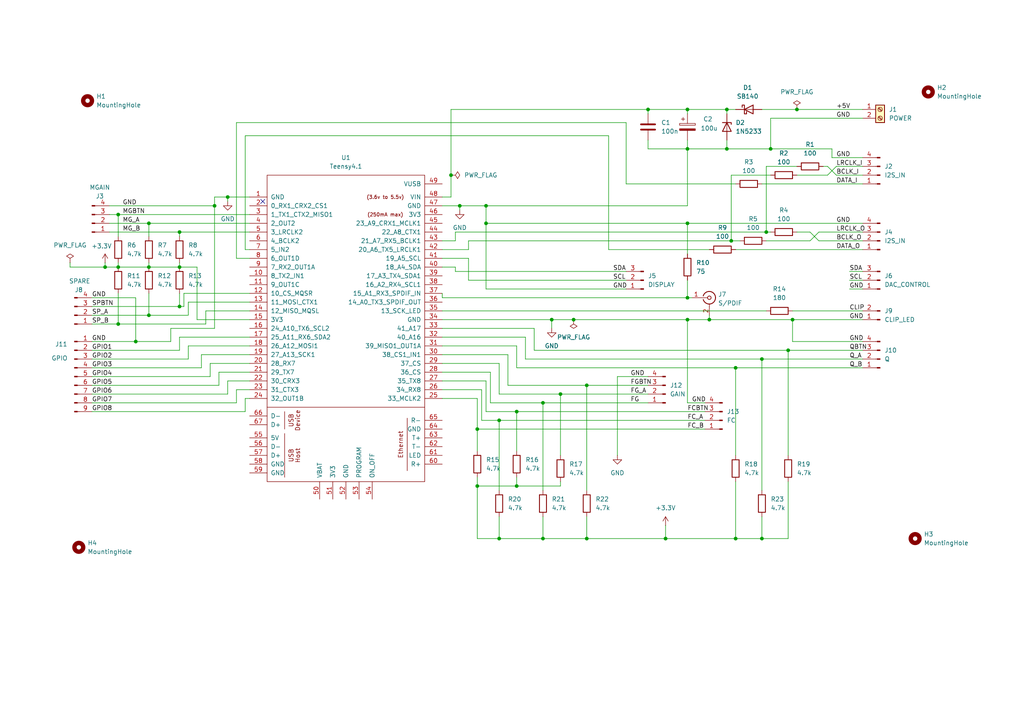
<source format=kicad_sch>
(kicad_sch (version 20250114) (generator "eeschema") (generator_version "9.0")
  (paper "A4")
  (lib_symbols
    (symbol "Connector:Conn_01x02_Pin" (pin_names (offset 1.016) (hide yes))
      (property "Reference" "J" (at 0 2.54 0))
      (property "Value" "Conn_01x02_Pin" (at 0 -5.08 0))
      (symbol "Conn_01x02_Pin_1_1"
        (rectangle (start 0.8636 0.127) (end 0 -0.127) (stroke (width 0.1524)) (fill (type outline)))
        (rectangle (start 0.8636 -2.413) (end 0 -2.667) (stroke (width 0.1524)) (fill (type outline)))
        (polyline (pts (xy 1.27 0) (xy 0.8636 0)) (stroke (width 0.1524)))
        (polyline (pts (xy 1.27 -2.54) (xy 0.8636 -2.54)) (stroke (width 0.1524)))
        (pin passive line (at 5.08 0 180) (length 3.81) (name "Pin_1") (number "1"))
        (pin passive line (at 5.08 -2.54 180) (length 3.81) (name "Pin_2") (number "2"))
      )
    )
    (symbol "Connector:Conn_01x03_Pin" (pin_names (offset 1.016) (hide yes))
      (property "Reference" "J" (at 0 5.08 0))
      (property "Value" "Conn_01x03_Pin" (at 0 -5.08 0))
      (symbol "Conn_01x03_Pin_1_1"
        (rectangle (start 0.8636 2.667) (end 0 2.413) (stroke (width 0.1524)) (fill (type outline)))
        (rectangle (start 0.8636 0.127) (end 0 -0.127) (stroke (width 0.1524)) (fill (type outline)))
        (rectangle (start 0.8636 -2.413) (end 0 -2.667) (stroke (width 0.1524)) (fill (type outline)))
        (polyline (pts (xy 1.27 2.54) (xy 0.8636 2.54)) (stroke (width 0.1524)))
        (polyline (pts (xy 1.27 0) (xy 0.8636 0)) (stroke (width 0.1524)))
        (polyline (pts (xy 1.27 -2.54) (xy 0.8636 -2.54)) (stroke (width 0.1524)))
        (pin passive line (at 5.08 2.54 180) (length 3.81) (name "Pin_1") (number "1"))
        (pin passive line (at 5.08 0 180) (length 3.81) (name "Pin_2") (number "2"))
        (pin passive line (at 5.08 -2.54 180) (length 3.81) (name "Pin_3") (number "3"))
      )
    )
    (symbol "Connector:Conn_01x04_Pin" (pin_names (offset 1.016) (hide yes))
      (property "Reference" "J" (at 0 5.08 0))
      (property "Value" "Conn_01x04_Pin" (at 0 -7.62 0))
      (symbol "Conn_01x04_Pin_1_1"
        (rectangle (start 0.8636 2.667) (end 0 2.413) (stroke (width 0.1524)) (fill (type outline)))
        (rectangle (start 0.8636 0.127) (end 0 -0.127) (stroke (width 0.1524)) (fill (type outline)))
        (rectangle (start 0.8636 -2.413) (end 0 -2.667) (stroke (width 0.1524)) (fill (type outline)))
        (rectangle (start 0.8636 -4.953) (end 0 -5.207) (stroke (width 0.1524)) (fill (type outline)))
        (polyline (pts (xy 1.27 2.54) (xy 0.8636 2.54)) (stroke (width 0.1524)))
        (polyline (pts (xy 1.27 0) (xy 0.8636 0)) (stroke (width 0.1524)))
        (polyline (pts (xy 1.27 -2.54) (xy 0.8636 -2.54)) (stroke (width 0.1524)))
        (polyline (pts (xy 1.27 -5.08) (xy 0.8636 -5.08)) (stroke (width 0.1524)))
        (pin passive line (at 5.08 2.54 180) (length 3.81) (name "Pin_1") (number "1"))
        (pin passive line (at 5.08 0 180) (length 3.81) (name "Pin_2") (number "2"))
        (pin passive line (at 5.08 -2.54 180) (length 3.81) (name "Pin_3") (number "3"))
        (pin passive line (at 5.08 -5.08 180) (length 3.81) (name "Pin_4") (number "4"))
      )
    )
    (symbol "Connector:Conn_01x09_Pin" (pin_names (offset 1.016) (hide yes))
      (property "Reference" "J" (at 0 12.7 0))
      (property "Value" "Conn_01x09_Pin" (at 0 -12.7 0))
      (symbol "Conn_01x09_Pin_1_1"
        (rectangle (start 0.8636 10.287) (end 0 10.033) (stroke (width 0.1524)) (fill (type outline)))
        (rectangle (start 0.8636 7.747) (end 0 7.493) (stroke (width 0.1524)) (fill (type outline)))
        (rectangle (start 0.8636 5.207) (end 0 4.953) (stroke (width 0.1524)) (fill (type outline)))
        (rectangle (start 0.8636 2.667) (end 0 2.413) (stroke (width 0.1524)) (fill (type outline)))
        (rectangle (start 0.8636 0.127) (end 0 -0.127) (stroke (width 0.1524)) (fill (type outline)))
        (rectangle (start 0.8636 -2.413) (end 0 -2.667) (stroke (width 0.1524)) (fill (type outline)))
        (rectangle (start 0.8636 -4.953) (end 0 -5.207) (stroke (width 0.1524)) (fill (type outline)))
        (rectangle (start 0.8636 -7.493) (end 0 -7.747) (stroke (width 0.1524)) (fill (type outline)))
        (rectangle (start 0.8636 -10.033) (end 0 -10.287) (stroke (width 0.1524)) (fill (type outline)))
        (polyline (pts (xy 1.27 10.16) (xy 0.8636 10.16)) (stroke (width 0.1524)))
        (polyline (pts (xy 1.27 7.62) (xy 0.8636 7.62)) (stroke (width 0.1524)))
        (polyline (pts (xy 1.27 5.08) (xy 0.8636 5.08)) (stroke (width 0.1524)))
        (polyline (pts (xy 1.27 2.54) (xy 0.8636 2.54)) (stroke (width 0.1524)))
        (polyline (pts (xy 1.27 0) (xy 0.8636 0)) (stroke (width 0.1524)))
        (polyline (pts (xy 1.27 -2.54) (xy 0.8636 -2.54)) (stroke (width 0.1524)))
        (polyline (pts (xy 1.27 -5.08) (xy 0.8636 -5.08)) (stroke (width 0.1524)))
        (polyline (pts (xy 1.27 -7.62) (xy 0.8636 -7.62)) (stroke (width 0.1524)))
        (polyline (pts (xy 1.27 -10.16) (xy 0.8636 -10.16)) (stroke (width 0.1524)))
        (pin passive line (at 5.08 10.16 180) (length 3.81) (name "Pin_1") (number "1"))
        (pin passive line (at 5.08 7.62 180) (length 3.81) (name "Pin_2") (number "2"))
        (pin passive line (at 5.08 5.08 180) (length 3.81) (name "Pin_3") (number "3"))
        (pin passive line (at 5.08 2.54 180) (length 3.81) (name "Pin_4") (number "4"))
        (pin passive line (at 5.08 0 180) (length 3.81) (name "Pin_5") (number "5"))
        (pin passive line (at 5.08 -2.54 180) (length 3.81) (name "Pin_6") (number "6"))
        (pin passive line (at 5.08 -5.08 180) (length 3.81) (name "Pin_7") (number "7"))
        (pin passive line (at 5.08 -7.62 180) (length 3.81) (name "Pin_8") (number "8"))
        (pin passive line (at 5.08 -10.16 180) (length 3.81) (name "Pin_9") (number "9"))
      )
    )
    (symbol "Connector:Conn_Coaxial" (pin_names (offset 1.016) (hide yes))
      (property "Reference" "J" (at 0.254 3.048 0))
      (property "Value" "Conn_Coaxial" (at 2.921 0 90))
      (symbol "Conn_Coaxial_0_1"
        (polyline (pts (xy -2.54 0) (xy -0.508 0)))
        (arc (start 1.778 0) (mid 0.222 -1.8079) (end -1.778 -0.508) (stroke (width 0.254)))
        (arc (start -1.778 0.508) (mid 0.2221 1.8084) (end 1.778 0) (stroke (width 0.254)))
        (circle (center 0 0) (radius 0.508) (stroke (width 0.2032)))
        (polyline (pts (xy 0 -2.54) (xy 0 -1.778)))
      )
      (symbol "Conn_Coaxial_1_1"
        (pin passive line (at -5.08 0 0) (length 2.54) (name "In") (number "1"))
        (pin passive line (at 0 -5.08 90) (length 2.54) (name "Ext") (number "2"))
      )
    )
    (symbol "Connector:Screw_Terminal_01x02" (pin_names (offset 1.016) (hide yes))
      (property "Reference" "J" (at 0 2.54 0))
      (property "Value" "Screw_Terminal_01x02" (at 0 -5.08 0))
      (symbol "Screw_Terminal_01x02_1_1"
        (rectangle (start -1.27 1.27) (end 1.27 -3.81) (stroke (width 0.254)) (fill (type background)))
        (polyline (pts (xy -0.5334 0.3302) (xy 0.3302 -0.508)) (stroke (width 0.1524)))
        (polyline (pts (xy -0.5334 -2.2098) (xy 0.3302 -3.048)) (stroke (width 0.1524)))
        (polyline (pts (xy -0.3556 0.508) (xy 0.508 -0.3302)) (stroke (width 0.1524)))
        (polyline (pts (xy -0.3556 -2.032) (xy 0.508 -2.8702)) (stroke (width 0.1524)))
        (circle (center 0 0) (radius 0.635) (stroke (width 0.1524)))
        (circle (center 0 -2.54) (radius 0.635) (stroke (width 0.1524)))
        (pin passive line (at -5.08 0 0) (length 3.81) (name "Pin_1") (number "1"))
        (pin passive line (at -5.08 -2.54 0) (length 3.81) (name "Pin_2") (number "2"))
      )
    )
    (symbol "Device:C" (pin_numbers (hide yes)) (pin_names (offset 0.254))
      (property "Reference" "C" (at 0.635 2.54 0))
      (property "Value" "C" (at 0.635 -2.54 0))
      (symbol "C_0_1"
        (polyline (pts (xy -2.032 0.762) (xy 2.032 0.762)) (stroke (width 0.508)))
        (polyline (pts (xy -2.032 -0.762) (xy 2.032 -0.762)) (stroke (width 0.508)))
      )
      (symbol "C_1_1"
        (pin passive line (at 0 3.81 270) (length 2.794) (name "~") (number "1"))
        (pin passive line (at 0 -3.81 90) (length 2.794) (name "~") (number "2"))
      )
    )
    (symbol "Device:C_Polarized" (pin_numbers (hide yes)) (pin_names (offset 0.254))
      (property "Reference" "C" (at 0.635 2.54 0))
      (property "Value" "C_Polarized" (at 0.635 -2.54 0))
      (symbol "C_Polarized_0_1"
        (rectangle (start -2.286 0.508) (end 2.286 1.016))
        (polyline (pts (xy -1.778 2.286) (xy -0.762 2.286)))
        (polyline (pts (xy -1.27 2.794) (xy -1.27 1.778)))
        (rectangle (start 2.286 -0.508) (end -2.286 -1.016) (fill (type outline)))
      )
      (symbol "C_Polarized_1_1"
        (pin passive line (at 0 3.81 270) (length 2.794) (name "~") (number "1"))
        (pin passive line (at 0 -3.81 90) (length 2.794) (name "~") (number "2"))
      )
    )
    (symbol "Device:R" (pin_numbers (hide yes)) (pin_names (offset 0))
      (property "Reference" "R" (at 2.032 0 90))
      (property "Value" "R" (at 0 0 90))
      (symbol "R_0_1"
        (rectangle (start -1.016 -2.54) (end 1.016 2.54) (stroke (width 0.254)))
      )
      (symbol "R_1_1"
        (pin passive line (at 0 3.81 270) (length 1.27) (name "~") (number "1"))
        (pin passive line (at 0 -3.81 90) (length 1.27) (name "~") (number "2"))
      )
    )
    (symbol "Diode:1N47xxA" (pin_numbers (hide yes)) (pin_names (hide yes))
      (property "Reference" "D" (at 0 2.54 0))
      (property "Value" "1N47xxA" (at 0 -2.54 0))
      (symbol "1N47xxA_0_1"
        (polyline (pts (xy -1.27 -1.27) (xy -1.27 1.27) (xy -0.762 1.27)) (stroke (width 0.254)))
        (polyline (pts (xy 1.27 0) (xy -1.27 0)))
        (polyline (pts (xy 1.27 -1.27) (xy 1.27 1.27) (xy -1.27 0) (xy 1.27 -1.27)) (stroke (width 0.254)))
      )
      (symbol "1N47xxA_1_1"
        (pin passive line (at -3.81 0 0) (length 2.54) (name "K") (number "1"))
        (pin passive line (at 3.81 0 180) (length 2.54) (name "A") (number "2"))
      )
    )
    (symbol "Diode:SB140" (pin_numbers (hide yes)) (pin_names (offset 1.016) (hide yes))
      (property "Reference" "D" (at 0 2.54 0))
      (property "Value" "SB140" (at 0 -2.54 0))
      (symbol "SB140_0_1"
        (polyline (pts (xy -1.905 0.635) (xy -1.905 1.27) (xy -1.27 1.27) (xy -1.27 -1.27) (xy -0.635 -1.27) (xy -0.635 -0.635)) (stroke (width 0.254)))
        (polyline (pts (xy 1.27 1.27) (xy 1.27 -1.27) (xy -1.27 0) (xy 1.27 1.27)) (stroke (width 0.254)))
        (polyline (pts (xy 1.27 0) (xy -1.27 0)))
      )
      (symbol "SB140_1_1"
        (pin passive line (at -3.81 0 0) (length 2.54) (name "K") (number "1"))
        (pin passive line (at 3.81 0 180) (length 2.54) (name "A") (number "2"))
      )
    )
    (symbol "Mechanical:MountingHole" (pin_names (offset 1.016)) (in_bom no)
      (property "Reference" "H" (at 0 5.08 0))
      (property "Value" "MountingHole" (at 0 3.175 0))
      (symbol "MountingHole_0_1"
        (circle (center 0 0) (radius 1.27) (stroke (width 1.27)))
      )
    )
    (symbol "power:+3.3V" (power) (pin_numbers (hide yes)) (pin_names (offset 0) (hide yes))
      (property "Value" "+3.3V" (at 0 3.556 0))
      (symbol "+3.3V_0_1"
        (polyline (pts (xy -0.762 1.27) (xy 0 2.54)))
        (polyline (pts (xy 0 2.54) (xy 0.762 1.27)))
        (polyline (pts (xy 0 0) (xy 0 2.54)))
      )
      (symbol "+3.3V_1_1"
        (pin power_in line (at 0 0 90) (length 0) (name "~") (number "1"))
      )
    )
    (symbol "power:GND" (power) (pin_numbers (hide yes)) (pin_names (offset 0) (hide yes))
      (property "Value" "GND" (at 0 -3.81 0))
      (symbol "GND_0_1"
        (polyline (pts (xy 0 0) (xy 0 -1.27) (xy 1.27 -1.27) (xy 0 -2.54) (xy -1.27 -1.27) (xy 0 -1.27)))
      )
      (symbol "GND_1_1"
        (pin power_in line (at 0 0 270) (length 0) (name "~") (number "1"))
      )
    )
    (symbol "power:PWR_FLAG" (power) (pin_numbers (hide yes)) (pin_names (offset 0) (hide yes))
      (property "Value" "PWR_FLAG" (at 0 3.81 0))
      (symbol "PWR_FLAG_0_0"
        (pin power_out line (at 0 0 90) (length 0) (name "~") (number "1"))
      )
      (symbol "PWR_FLAG_0_1"
        (polyline (pts (xy 0 0) (xy 0 1.27) (xy -1.016 1.905) (xy 0 2.54) (xy 1.016 1.905) (xy 0 1.27)))
      )
    )
    (symbol "teensy:Teensy4.1" (pin_names (offset 1.016))
      (property "Reference" "U" (at 0 64.77 0))
      (property "Value" "Teensy4.1" (at 0 62.23 0))
      (symbol "Teensy4.1_0_0"
        (polyline (pts (xy -22.86 -6.35) (xy 22.86 -6.35)))
        (polyline (pts (xy -17.78 -7.62) (xy -17.78 -12.7)))
        (polyline (pts (xy -17.78 -26.67) (xy -17.78 -13.97)))
        (polyline (pts (xy 17.78 -9.525) (xy 17.78 -24.765)))
        (text "USB" (at -15.875 -10.16 900) (effects (font (size 1.27 1.27))))
        (text "USB" (at -15.875 -20.32 900) (effects (font (size 1.27 1.27))))
        (text "Device" (at -13.97 -10.16 900) (effects (font (size 1.27 1.27))))
        (text "Host" (at -13.97 -20.32 900) (effects (font (size 1.27 1.27))))
        (text "(3.6v to 5.5v)" (at 11.43 54.61 0) (effects (font (size 1.016 1.016))))
        (text "(250mA max)" (at 11.43 49.53 0) (effects (font (size 1.016 1.016))))
        (text "Ethernet" (at 15.875 -17.145 900) (effects (font (size 1.27 1.27))))
        (pin bidirectional line (at -27.94 44.45 0) (length 5.08) (name "3_LRCLK2") (number "5"))
        (pin bidirectional line (at -27.94 41.91 0) (length 5.08) (name "4_BCLK2") (number "6"))
        (pin bidirectional line (at -27.94 39.37 0) (length 5.08) (name "5_IN2") (number "7"))
        (pin bidirectional line (at -27.94 36.83 0) (length 5.08) (name "6_OUT1D") (number "8"))
        (pin bidirectional line (at -27.94 34.29 0) (length 5.08) (name "7_RX2_OUT1A") (number "9"))
        (pin bidirectional line (at -27.94 31.75 0) (length 5.08) (name "8_TX2_IN1") (number "10"))
        (pin bidirectional line (at -27.94 29.21 0) (length 5.08) (name "9_OUT1C") (number "11"))
        (pin bidirectional line (at -27.94 26.67 0) (length 5.08) (name "10_CS_MQSR") (number "12"))
        (pin bidirectional line (at -27.94 24.13 0) (length 5.08) (name "11_MOSI_CTX1") (number "13"))
        (pin bidirectional line (at -27.94 21.59 0) (length 5.08) (name "12_MISO_MQSL") (number "14"))
        (pin power_in line (at -27.94 19.05 0) (length 5.08) (name "3V3") (number "15"))
        (pin bidirectional line (at -27.94 16.51 0) (length 5.08) (name "24_A10_TX6_SCL2") (number "16"))
        (pin bidirectional line (at -27.94 13.97 0) (length 5.08) (name "25_A11_RX6_SDA2") (number "17"))
        (pin bidirectional line (at -27.94 11.43 0) (length 5.08) (name "26_A12_MOSI1") (number "18"))
        (pin bidirectional line (at -27.94 8.89 0) (length 5.08) (name "27_A13_SCK1") (number "19"))
        (pin bidirectional line (at -27.94 6.35 0) (length 5.08) (name "28_RX7") (number "20"))
        (pin bidirectional line (at -27.94 3.81 0) (length 5.08) (name "29_TX7") (number "21"))
        (pin bidirectional line (at -27.94 1.27 0) (length 5.08) (name "30_CRX3") (number "22"))
        (pin bidirectional line (at -27.94 -1.27 0) (length 5.08) (name "31_CTX3") (number "23"))
        (pin bidirectional line (at -27.94 -3.81 0) (length 5.08) (name "32_OUT1B") (number "24"))
        (pin bidirectional line (at -27.94 -8.89 0) (length 5.08) (name "D-") (number "66"))
        (pin bidirectional line (at -27.94 -11.43 0) (length 5.08) (name "D+") (number "67"))
        (pin power_out line (at -27.94 -15.24 0) (length 5.08) (name "5V") (number "55"))
        (pin bidirectional line (at -27.94 -17.78 0) (length 5.08) (name "D-") (number "56"))
        (pin bidirectional line (at -27.94 -20.32 0) (length 5.08) (name "D+") (number "57"))
        (pin power_in line (at -27.94 -22.86 0) (length 5.08) (name "GND") (number "58"))
        (pin power_in line (at -27.94 -25.4 0) (length 5.08) (name "GND") (number "59"))
        (pin power_in line (at -7.62 -33.02 90) (length 5.08) (name "VBAT") (number "50"))
        (pin power_in line (at -3.81 -33.02 90) (length 5.08) (name "3V3") (number "51"))
        (pin input line (at 0 -33.02 90) (length 5.08) (name "GND") (number "52"))
        (pin input line (at 3.81 -33.02 90) (length 5.08) (name "PROGRAM") (number "53"))
        (pin input line (at 7.62 -33.02 90) (length 5.08) (name "ON_OFF") (number "54"))
        (pin power_out line (at 27.94 58.42 180) (length 5.08) (name "VUSB") (number "49"))
        (pin power_in line (at 27.94 54.61 180) (length 5.08) (name "VIN") (number "48"))
        (pin output line (at 27.94 52.07 180) (length 5.08) (name "GND") (number "47"))
        (pin output line (at 27.94 49.53 180) (length 5.08) (name "3V3") (number "46"))
        (pin bidirectional line (at 27.94 46.99 180) (length 5.08) (name "23_A9_CRX1_MCLK1") (number "45"))
        (pin bidirectional line (at 27.94 44.45 180) (length 5.08) (name "22_A8_CTX1") (number "44"))
        (pin bidirectional line (at 27.94 41.91 180) (length 5.08) (name "21_A7_RX5_BCLK1") (number "43"))
        (pin bidirectional line (at 27.94 39.37 180) (length 5.08) (name "20_A6_TX5_LRCLK1") (number "42"))
        (pin bidirectional line (at 27.94 36.83 180) (length 5.08) (name "19_A5_SCL") (number "41"))
        (pin bidirectional line (at 27.94 34.29 180) (length 5.08) (name "18_A4_SDA") (number "40"))
        (pin bidirectional line (at 27.94 31.75 180) (length 5.08) (name "17_A3_TX4_SDA1") (number "39"))
        (pin bidirectional line (at 27.94 29.21 180) (length 5.08) (name "16_A2_RX4_SCL1") (number "38"))
        (pin bidirectional line (at 27.94 26.67 180) (length 5.08) (name "15_A1_RX3_SPDIF_IN") (number "37"))
        (pin bidirectional line (at 27.94 24.13 180) (length 5.08) (name "14_A0_TX3_SPDIF_OUT") (number "36"))
        (pin bidirectional line (at 27.94 21.59 180) (length 5.08) (name "13_SCK_LED") (number "35"))
        (pin bidirectional line (at 27.94 16.51 180) (length 5.08) (name "41_A17") (number "33"))
        (pin bidirectional line (at 27.94 13.97 180) (length 5.08) (name "40_A16") (number "32"))
        (pin bidirectional line (at 27.94 11.43 180) (length 5.08) (name "39_MISO1_OUT1A") (number "31"))
        (pin bidirectional line (at 27.94 8.89 180) (length 5.08) (name "38_CS1_IN1") (number "30"))
        (pin bidirectional line (at 27.94 6.35 180) (length 5.08) (name "37_CS") (number "29"))
        (pin bidirectional line (at 27.94 3.81 180) (length 5.08) (name "36_CS") (number "28"))
        (pin bidirectional line (at 27.94 1.27 180) (length 5.08) (name "35_TX8") (number "27"))
        (pin bidirectional line (at 27.94 -1.27 180) (length 5.08) (name "34_RX8") (number "26"))
        (pin bidirectional line (at 27.94 -3.81 180) (length 5.08) (name "33_MCLK2") (number "25"))
        (pin bidirectional line (at 27.94 -10.16 180) (length 5.08) (name "R-") (number "65"))
        (pin power_in line (at 27.94 -12.7 180) (length 5.08) (name "GND") (number "64"))
        (pin bidirectional line (at 27.94 -15.24 180) (length 5.08) (name "T+") (number "63"))
        (pin bidirectional line (at 27.94 -17.78 180) (length 5.08) (name "T-") (number "62"))
        (pin bidirectional line (at 27.94 -20.32 180) (length 5.08) (name "LED") (number "61"))
        (pin bidirectional line (at 27.94 -22.86 180) (length 5.08) (name "R+") (number "60"))
      )
      (symbol "Teensy4.1_0_1"
        (rectangle (start -22.86 60.96) (end 22.86 -27.94))
        (rectangle (start -20.32 -1.27) (end -20.32 -1.27))
      )
      (symbol "Teensy4.1_1_1"
        (pin power_in line (at -27.94 54.61 0) (length 5.08) (name "GND") (number "1"))
        (pin bidirectional line (at -27.94 52.07 0) (length 5.08) (name "0_RX1_CRX2_CS1") (number "2"))
        (pin bidirectional line (at -27.94 49.53 0) (length 5.08) (name "1_TX1_CTX2_MISO1") (number "3"))
        (pin bidirectional line (at -27.94 46.99 0) (length 5.08) (name "2_OUT2") (number "4"))
        (pin power_in line (at 27.94 19.05 180) (length 5.08) (name "GND") (number "34"))
      )
    )
  )
  (junction (at 199.39 86.36))
  (junction (at 199.39 92.71))
  (junction (at 43.18 77.47))
  (junction (at 205.74 92.71))
  (junction (at 210.82 43.18))
  (junction (at 223.52 43.18))
  (junction (at 130.81 50.8))
  (junction (at 222.25 67.31))
  (junction (at 210.82 31.75))
  (junction (at 34.29 77.47))
  (junction (at 52.07 77.47))
  (junction (at 34.29 62.23))
  (junction (at 170.18 156.21))
  (junction (at 133.35 59.69))
  (junction (at 138.43 124.46))
  (junction (at 220.98 156.21))
  (junction (at 213.36 156.21))
  (junction (at 30.48 77.47))
  (junction (at 43.18 64.77))
  (junction (at 149.86 140.97))
  (junction (at 39.37 99.06))
  (junction (at 62.23 59.69))
  (junction (at 229.87 92.71))
  (junction (at 193.04 156.21))
  (junction (at 166.37 92.71))
  (junction (at 43.18 91.44))
  (junction (at 162.56 114.3))
  (junction (at 157.48 116.84))
  (junction (at 199.39 31.75))
  (junction (at 144.78 121.92))
  (junction (at 228.6 101.6))
  (junction (at 149.86 119.38))
  (junction (at 34.29 93.98))
  (junction (at 170.18 111.76))
  (junction (at 160.02 92.71))
  (junction (at 212.09 69.85))
  (junction (at 140.97 59.69))
  (junction (at 52.07 88.9))
  (junction (at 187.96 31.75))
  (junction (at 213.36 106.68))
  (junction (at 157.48 156.21))
  (junction (at 199.39 43.18))
  (junction (at 138.43 140.97))
  (junction (at 52.07 67.31))
  (junction (at 140.97 64.77))
  (junction (at 231.14 31.75))
  (junction (at 199.39 64.77))
  (junction (at 220.98 104.14))
  (junction (at 66.04 57.15))
  (junction (at 144.78 156.21))
  (no_connect (at 76.2 58.42))
  (wire (pts (xy 68.58 113.03) (xy 68.58 116.84)))
  (wire (pts (xy 149.86 100.33) (xy 149.86 106.68)))
  (wire (pts (xy 152.4 104.14) (xy 220.98 104.14)))
  (wire (pts (xy 238.76 48.26) (xy 240.03 48.26)))
  (wire (pts (xy 66.04 57.15) (xy 66.04 58.42)))
  (wire (pts (xy 140.97 119.38) (xy 149.86 119.38)))
  (wire (pts (xy 199.39 64.77) (xy 250.19 64.77)))
  (wire (pts (xy 231.14 67.31) (xy 234.95 67.31)))
  (wire (pts (xy 140.97 64.77) (xy 199.39 64.77)))
  (wire (pts (xy 71.12 39.37) (xy 176.53 39.37)))
  (wire (pts (xy 228.6 139.7) (xy 228.6 156.21)))
  (wire (pts (xy 139.7 113.03) (xy 128.27 113.03)))
  (wire (pts (xy 193.04 156.21) (xy 213.36 156.21)))
  (wire (pts (xy 57.15 92.71) (xy 57.15 77.47)))
  (wire (pts (xy 68.58 74.93) (xy 68.58 35.56)))
  (wire (pts (xy 34.29 85.09) (xy 34.29 93.98)))
  (wire (pts (xy 187.96 40.64) (xy 187.96 43.18)))
  (wire (pts (xy 229.87 90.17) (xy 250.19 90.17)))
  (wire (pts (xy 210.82 31.75) (xy 210.82 33.02)))
  (wire (pts (xy 72.39 85.09) (xy 53.34 85.09)))
  (wire (pts (xy 199.39 31.75) (xy 210.82 31.75)))
  (wire (pts (xy 62.23 59.69) (xy 62.23 95.25)))
  (wire (pts (xy 187.96 31.75) (xy 199.39 31.75)))
  (wire (pts (xy 72.39 110.49) (xy 66.04 110.49)))
  (wire (pts (xy 52.07 67.31) (xy 52.07 68.58)))
  (wire (pts (xy 31.75 62.23) (xy 34.29 62.23)))
  (wire (pts (xy 149.86 130.81) (xy 149.86 119.38)))
  (wire (pts (xy 170.18 156.21) (xy 170.18 149.86)))
  (wire (pts (xy 199.39 64.77) (xy 199.39 73.66)))
  (wire (pts (xy 231.14 31.75) (xy 250.19 31.75)))
  (wire (pts (xy 49.53 99.06) (xy 49.53 95.25)))
  (wire (pts (xy 135.89 81.28) (xy 181.61 81.28)))
  (wire (pts (xy 140.97 83.82) (xy 181.61 83.82)))
  (wire (pts (xy 157.48 116.84) (xy 187.96 116.84)))
  (wire (pts (xy 223.52 43.18) (xy 223.52 34.29)))
  (wire (pts (xy 237.49 69.85) (xy 250.19 69.85)))
  (wire (pts (xy 228.6 156.21) (xy 220.98 156.21)))
  (wire (pts (xy 212.09 69.85) (xy 214.63 69.85)))
  (wire (pts (xy 53.34 88.9) (xy 52.07 88.9)))
  (wire (pts (xy 58.42 102.87) (xy 58.42 106.68)))
  (wire (pts (xy 135.89 69.85) (xy 135.89 72.39)))
  (wire (pts (xy 26.67 91.44) (xy 43.18 91.44)))
  (wire (pts (xy 222.25 48.26) (xy 231.14 48.26)))
  (wire (pts (xy 59.69 90.17) (xy 59.69 93.98)))
  (wire (pts (xy 223.52 34.29) (xy 250.19 34.29)))
  (wire (pts (xy 142.24 116.84) (xy 157.48 116.84)))
  (wire (pts (xy 63.5 107.95) (xy 63.5 111.76)))
  (wire (pts (xy 66.04 110.49) (xy 66.04 114.3)))
  (wire (pts (xy 147.32 111.76) (xy 170.18 111.76)))
  (wire (pts (xy 43.18 64.77) (xy 72.39 64.77)))
  (wire (pts (xy 135.89 72.39) (xy 128.27 72.39)))
  (wire (pts (xy 199.39 92.71) (xy 199.39 116.84)))
  (wire (pts (xy 34.29 62.23) (xy 72.39 62.23)))
  (wire (pts (xy 71.12 115.57) (xy 72.39 115.57)))
  (wire (pts (xy 140.97 110.49) (xy 128.27 110.49)))
  (wire (pts (xy 132.08 69.85) (xy 128.27 69.85)))
  (wire (pts (xy 26.67 116.84) (xy 68.58 116.84)))
  (wire (pts (xy 213.36 72.39) (xy 250.19 72.39)))
  (wire (pts (xy 144.78 149.86) (xy 144.78 156.21)))
  (wire (pts (xy 130.81 50.8) (xy 130.81 57.15)))
  (wire (pts (xy 68.58 35.56) (xy 181.61 35.56)))
  (wire (pts (xy 128.27 105.41) (xy 144.78 105.41)))
  (wire (pts (xy 20.32 77.47) (xy 30.48 77.47)))
  (wire (pts (xy 132.08 67.31) (xy 132.08 69.85)))
  (wire (pts (xy 222.25 69.85) (xy 234.95 69.85)))
  (wire (pts (xy 128.27 86.36) (xy 199.39 86.36)))
  (wire (pts (xy 26.67 93.98) (xy 34.29 93.98)))
  (wire (pts (xy 138.43 115.57) (xy 128.27 115.57)))
  (wire (pts (xy 140.97 119.38) (xy 140.97 110.49)))
  (wire (pts (xy 160.02 92.71) (xy 160.02 95.25)))
  (wire (pts (xy 57.15 92.71) (xy 72.39 92.71)))
  (wire (pts (xy 144.78 105.41) (xy 144.78 114.3)))
  (wire (pts (xy 43.18 64.77) (xy 43.18 68.58)))
  (wire (pts (xy 246.38 78.74) (xy 250.19 78.74)))
  (wire (pts (xy 72.39 90.17) (xy 59.69 90.17)))
  (wire (pts (xy 62.23 57.15) (xy 62.23 59.69)))
  (wire (pts (xy 52.07 85.09) (xy 52.07 88.9)))
  (wire (pts (xy 181.61 53.34) (xy 213.36 53.34)))
  (wire (pts (xy 72.39 87.63) (xy 54.61 87.63)))
  (wire (pts (xy 199.39 116.84) (xy 204.47 116.84)))
  (wire (pts (xy 220.98 53.34) (xy 250.19 53.34)))
  (wire (pts (xy 205.74 92.71) (xy 229.87 92.71)))
  (wire (pts (xy 157.48 156.21) (xy 170.18 156.21)))
  (wire (pts (xy 144.78 121.92) (xy 204.47 121.92)))
  (wire (pts (xy 210.82 31.75) (xy 213.36 31.75)))
  (wire (pts (xy 166.37 92.71) (xy 199.39 92.71)))
  (wire (pts (xy 139.7 121.92) (xy 144.78 121.92)))
  (wire (pts (xy 26.67 119.38) (xy 71.12 119.38)))
  (wire (pts (xy 154.94 95.25) (xy 128.27 95.25)))
  (wire (pts (xy 66.04 57.15) (xy 62.23 57.15)))
  (wire (pts (xy 26.67 111.76) (xy 63.5 111.76)))
  (wire (pts (xy 199.39 81.28) (xy 199.39 86.36)))
  (wire (pts (xy 31.75 64.77) (xy 43.18 64.77)))
  (wire (pts (xy 49.53 95.25) (xy 62.23 95.25)))
  (wire (pts (xy 128.27 77.47) (xy 132.08 77.47)))
  (wire (pts (xy 160.02 92.71) (xy 166.37 92.71)))
  (wire (pts (xy 34.29 77.47) (xy 43.18 77.47)))
  (wire (pts (xy 213.36 106.68) (xy 250.19 106.68)))
  (wire (pts (xy 72.39 74.93) (xy 68.58 74.93)))
  (wire (pts (xy 199.39 31.75) (xy 199.39 33.02)))
  (wire (pts (xy 26.67 88.9) (xy 52.07 88.9)))
  (wire (pts (xy 128.27 97.79) (xy 152.4 97.79)))
  (wire (pts (xy 242.57 48.26) (xy 250.19 48.26)))
  (wire (pts (xy 170.18 156.21) (xy 193.04 156.21)))
  (wire (pts (xy 43.18 76.2) (xy 43.18 77.47)))
  (wire (pts (xy 72.39 102.87) (xy 58.42 102.87)))
  (wire (pts (xy 240.03 48.26) (xy 242.57 50.8)))
  (wire (pts (xy 72.39 107.95) (xy 63.5 107.95)))
  (wire (pts (xy 54.61 100.33) (xy 54.61 104.14)))
  (wire (pts (xy 26.67 106.68) (xy 58.42 106.68)))
  (wire (pts (xy 212.09 50.8) (xy 223.52 50.8)))
  (wire (pts (xy 147.32 102.87) (xy 147.32 111.76)))
  (wire (pts (xy 30.48 76.2) (xy 30.48 77.47)))
  (wire (pts (xy 128.27 86.36) (xy 128.27 85.09)))
  (wire (pts (xy 210.82 40.64) (xy 210.82 43.18)))
  (wire (pts (xy 72.39 72.39) (xy 71.12 72.39)))
  (wire (pts (xy 210.82 43.18) (xy 223.52 43.18)))
  (wire (pts (xy 157.48 116.84) (xy 157.48 142.24)))
  (wire (pts (xy 53.34 85.09) (xy 53.34 88.9)))
  (wire (pts (xy 138.43 140.97) (xy 138.43 156.21)))
  (wire (pts (xy 128.27 100.33) (xy 149.86 100.33)))
  (wire (pts (xy 138.43 140.97) (xy 149.86 140.97)))
  (wire (pts (xy 144.78 121.92) (xy 144.78 142.24)))
  (wire (pts (xy 220.98 149.86) (xy 220.98 156.21)))
  (wire (pts (xy 133.35 59.69) (xy 140.97 59.69)))
  (wire (pts (xy 222.25 67.31) (xy 223.52 67.31)))
  (wire (pts (xy 128.27 90.17) (xy 222.25 90.17)))
  (wire (pts (xy 176.53 72.39) (xy 205.74 72.39)))
  (wire (pts (xy 130.81 31.75) (xy 130.81 50.8)))
  (wire (pts (xy 144.78 156.21) (xy 157.48 156.21)))
  (wire (pts (xy 237.49 67.31) (xy 250.19 67.31)))
  (wire (pts (xy 149.86 140.97) (xy 162.56 140.97)))
  (wire (pts (xy 34.29 76.2) (xy 34.29 77.47)))
  (wire (pts (xy 72.39 113.03) (xy 68.58 113.03)))
  (wire (pts (xy 34.29 62.23) (xy 34.29 68.58)))
  (wire (pts (xy 128.27 74.93) (xy 135.89 74.93)))
  (wire (pts (xy 229.87 99.06) (xy 250.19 99.06)))
  (wire (pts (xy 220.98 104.14) (xy 220.98 142.24)))
  (wire (pts (xy 52.07 77.47) (xy 52.07 76.2)))
  (wire (pts (xy 60.96 105.41) (xy 60.96 109.22)))
  (wire (pts (xy 154.94 101.6) (xy 154.94 95.25)))
  (wire (pts (xy 181.61 35.56) (xy 181.61 53.34)))
  (wire (pts (xy 128.27 92.71) (xy 160.02 92.71)))
  (wire (pts (xy 246.38 81.28) (xy 250.19 81.28)))
  (wire (pts (xy 26.67 86.36) (xy 39.37 86.36)))
  (wire (pts (xy 43.18 85.09) (xy 43.18 91.44)))
  (wire (pts (xy 26.67 99.06) (xy 39.37 99.06)))
  (wire (pts (xy 213.36 156.21) (xy 213.36 139.7)))
  (wire (pts (xy 220.98 31.75) (xy 231.14 31.75)))
  (wire (pts (xy 31.75 59.69) (xy 62.23 59.69)))
  (wire (pts (xy 130.81 31.75) (xy 187.96 31.75)))
  (wire (pts (xy 179.07 109.22) (xy 179.07 132.08)))
  (wire (pts (xy 241.3 43.18) (xy 241.3 45.72)))
  (wire (pts (xy 176.53 39.37) (xy 176.53 72.39)))
  (wire (pts (xy 231.14 50.8) (xy 240.03 50.8)))
  (wire (pts (xy 135.89 74.93) (xy 135.89 81.28)))
  (wire (pts (xy 132.08 67.31) (xy 222.25 67.31)))
  (wire (pts (xy 57.15 77.47) (xy 52.07 77.47)))
  (wire (pts (xy 199.39 43.18) (xy 210.82 43.18)))
  (wire (pts (xy 149.86 138.43) (xy 149.86 140.97)))
  (wire (pts (xy 152.4 97.79) (xy 152.4 104.14)))
  (wire (pts (xy 39.37 99.06) (xy 49.53 99.06)))
  (wire (pts (xy 43.18 77.47) (xy 52.07 77.47)))
  (wire (pts (xy 54.61 91.44) (xy 43.18 91.44)))
  (wire (pts (xy 140.97 59.69) (xy 199.39 59.69)))
  (wire (pts (xy 128.27 59.69) (xy 133.35 59.69)))
  (wire (pts (xy 26.67 109.22) (xy 60.96 109.22)))
  (wire (pts (xy 139.7 121.92) (xy 139.7 113.03)))
  (wire (pts (xy 240.03 50.8) (xy 242.57 48.26)))
  (wire (pts (xy 71.12 72.39) (xy 71.12 39.37)))
  (wire (pts (xy 242.57 50.8) (xy 250.19 50.8)))
  (wire (pts (xy 138.43 124.46) (xy 204.47 124.46)))
  (wire (pts (xy 54.61 87.63) (xy 54.61 91.44)))
  (wire (pts (xy 132.08 77.47) (xy 132.08 78.74)))
  (wire (pts (xy 144.78 114.3) (xy 162.56 114.3)))
  (wire (pts (xy 220.98 104.14) (xy 250.19 104.14)))
  (wire (pts (xy 72.39 97.79) (xy 52.07 97.79)))
  (wire (pts (xy 234.95 69.85) (xy 237.49 67.31)))
  (wire (pts (xy 26.67 101.6) (xy 52.07 101.6)))
  (wire (pts (xy 138.43 124.46) (xy 138.43 130.81)))
  (wire (pts (xy 229.87 92.71) (xy 250.19 92.71)))
  (wire (pts (xy 30.48 77.47) (xy 34.29 77.47)))
  (wire (pts (xy 199.39 86.36) (xy 200.66 86.36)))
  (wire (pts (xy 59.69 93.98) (xy 34.29 93.98)))
  (wire (pts (xy 142.24 107.95) (xy 142.24 116.84)))
  (wire (pts (xy 222.25 67.31) (xy 222.25 48.26)))
  (wire (pts (xy 52.07 97.79) (xy 52.07 101.6)))
  (wire (pts (xy 170.18 111.76) (xy 170.18 142.24)))
  (wire (pts (xy 26.67 104.14) (xy 54.61 104.14)))
  (wire (pts (xy 52.07 67.31) (xy 72.39 67.31)))
  (wire (pts (xy 39.37 99.06) (xy 39.37 86.36)))
  (wire (pts (xy 128.27 102.87) (xy 147.32 102.87)))
  (wire (pts (xy 179.07 109.22) (xy 187.96 109.22)))
  (wire (pts (xy 213.36 106.68) (xy 213.36 132.08)))
  (wire (pts (xy 170.18 111.76) (xy 187.96 111.76)))
  (wire (pts (xy 199.39 40.64) (xy 199.39 43.18)))
  (wire (pts (xy 228.6 101.6) (xy 250.19 101.6)))
  (wire (pts (xy 199.39 43.18) (xy 199.39 59.69)))
  (wire (pts (xy 72.39 100.33) (xy 54.61 100.33)))
  (wire (pts (xy 138.43 156.21) (xy 144.78 156.21)))
  (wire (pts (xy 26.67 114.3) (xy 66.04 114.3)))
  (wire (pts (xy 20.32 76.2) (xy 20.32 77.47)))
  (wire (pts (xy 246.38 83.82) (xy 250.19 83.82)))
  (wire (pts (xy 128.27 107.95) (xy 142.24 107.95)))
  (wire (pts (xy 213.36 156.21) (xy 220.98 156.21)))
  (wire (pts (xy 149.86 119.38) (xy 204.47 119.38)))
  (wire (pts (xy 162.56 114.3) (xy 187.96 114.3)))
  (wire (pts (xy 157.48 156.21) (xy 157.48 149.86)))
  (wire (pts (xy 140.97 59.69) (xy 140.97 64.77)))
  (wire (pts (xy 228.6 101.6) (xy 228.6 132.08)))
  (wire (pts (xy 140.97 64.77) (xy 140.97 83.82)))
  (wire (pts (xy 187.96 43.18) (xy 199.39 43.18)))
  (wire (pts (xy 229.87 92.71) (xy 229.87 99.06)))
  (wire (pts (xy 138.43 124.46) (xy 138.43 115.57)))
  (wire (pts (xy 31.75 67.31) (xy 52.07 67.31)))
  (wire (pts (xy 199.39 92.71) (xy 205.74 92.71)))
  (wire (pts (xy 132.08 78.74) (xy 181.61 78.74)))
  (wire (pts (xy 72.39 57.15) (xy 66.04 57.15)))
  (wire (pts (xy 154.94 101.6) (xy 228.6 101.6)))
  (wire (pts (xy 205.74 91.44) (xy 205.74 92.71)))
  (wire (pts (xy 71.12 115.57) (xy 71.12 119.38)))
  (wire (pts (xy 162.56 140.97) (xy 162.56 139.7)))
  (wire (pts (xy 128.27 57.15) (xy 130.81 57.15)))
  (wire (pts (xy 149.86 106.68) (xy 213.36 106.68)))
  (wire (pts (xy 193.04 152.4) (xy 193.04 156.21)))
  (wire (pts (xy 162.56 114.3) (xy 162.56 132.08)))
  (wire (pts (xy 223.52 43.18) (xy 241.3 43.18)))
  (wire (pts (xy 212.09 69.85) (xy 212.09 50.8)))
  (wire (pts (xy 133.35 59.69) (xy 133.35 60.96)))
  (wire (pts (xy 241.3 45.72) (xy 250.19 45.72)))
  (wire (pts (xy 187.96 31.75) (xy 187.96 33.02)))
  (wire (pts (xy 135.89 69.85) (xy 212.09 69.85)))
  (wire (pts (xy 72.39 105.41) (xy 60.96 105.41)))
  (wire (pts (xy 138.43 138.43) (xy 138.43 140.97)))
  (wire (pts (xy 237.49 69.85) (xy 234.95 67.31)))
  (label "GND" (at 242.57 34.29 0))
  (label "GPIO5" (at 26.67 111.76 0))
  (label "Q_B" (at 246.38 106.68 0))
  (label "SDA" (at 177.8 78.74 0))
  (label "GPIO3" (at 26.67 106.68 0))
  (label "GPIO4" (at 26.67 109.22 0))
  (label "GND" (at 246.38 83.82 0))
  (label "FCBTN" (at 199.39 119.38 0))
  (label "FC_A" (at 199.39 121.92 0))
  (label "LRCLK_I" (at 242.57 48.26 0))
  (label "SCL" (at 246.38 81.28 0))
  (label "GND" (at 246.38 99.06 0))
  (label "FG" (at 182.88 116.84 0))
  (label "Q_A" (at 246.38 104.14 0))
  (label "BCLK_O" (at 242.57 69.85 0))
  (label "GPIO7" (at 26.67 116.84 0))
  (label "LRCLK_O" (at 242.57 67.31 0))
  (label "GPIO8" (at 26.67 119.38 0))
  (label "GND" (at 177.8 83.82 0))
  (label "GND" (at 246.38 92.71 0))
  (label "SP_A" (at 26.67 91.44 0))
  (label "GND" (at 35.56 59.69 0))
  (label "+5V" (at 242.57 31.75 0))
  (label "MG_A" (at 35.56 64.77 0))
  (label "SP_B" (at 26.67 93.98 0))
  (label "MGBTN" (at 35.56 62.23 0))
  (label "GND" (at 242.57 64.77 0))
  (label "GND" (at 242.57 45.72 0))
  (label "BCLK_I" (at 242.57 50.8 0))
  (label "DATA_O" (at 242.57 72.39 0))
  (label "GPIO1" (at 26.67 101.6 0))
  (label "FGBTN" (at 182.88 111.76 0))
  (label "FG_A" (at 182.88 114.3 0))
  (label "SCL" (at 177.8 81.28 0))
  (label "SDA" (at 246.38 78.74 0))
  (label "GPIO2" (at 26.67 104.14 0))
  (label "GPIO6" (at 26.67 114.3 0))
  (label "GND" (at 26.67 99.06 0))
  (label "GND" (at 182.88 109.22 0))
  (label "FC_B" (at 199.39 124.46 0))
  (label "GND" (at 26.67 86.36 0))
  (label "CLIP" (at 246.38 90.17 0))
  (label "SPBTN" (at 26.67 88.9 0))
  (label "DATA_I" (at 242.57 53.34 0))
  (label "MG_B" (at 35.56 67.31 0))
  (label "GND" (at 200.66 116.84 0))
  (label "QBTN" (at 246.38 101.6 0))
  (symbol (lib_id "power:PWR_FLAG") (at 130.81 50.8 270) (unit 1)
    (property "Reference" "#FLG04" (effects (hide yes)))
    (property "Value" "PWR_FLAG" (at 134.62 50.7999 90) (effects (justify left)))
    (property "Description" "Special symbol for telling ERC where power comes from" (effects (hide yes)))
  )
  (symbol (lib_id "Connector:Screw_Terminal_01x02") (at 255.27 31.75 0) (unit 1)
    (property "Reference" "J1" (at 257.81 31.7499 0) (effects (justify left)))
    (property "Value" "POWER" (at 257.81 34.2899 0) (effects (justify left)))
    (property "Footprint" "TerminalBlock_4Ucon:TerminalBlock_4Ucon_1x02_P3.50mm_Horizontal" (effects (hide yes)))
    (property "Description" "Generic screw terminal, single row, 01x02, script generated (kicad-library-utils/schlib/autogen/connector/)" (effects (hide yes)))
  )
  (symbol (lib_id "power:GND") (at 160.02 95.25 0) (unit 1)
    (property "Reference" "#PWR04" (effects (hide yes)))
    (property "Value" "GND" (at 160.02 100.33 0))
    (property "Description" "Power symbol creates a global label with name \"GND\" , ground" (effects (hide yes)))
  )
  (symbol (lib_id "Connector:Conn_01x04_Pin") (at 255.27 104.14 180) (unit 1)
    (property "Reference" "J10" (at 256.54 101.5999 0) (effects (justify right)))
    (property "Value" "Q" (at 256.54 104.1399 0) (effects (justify right)))
    (property "Footprint" "Connector_JST:JST_PH_B4B-PH-K_1x04_P2.00mm_Vertical" (effects (hide yes)))
    (property "Description" "Generic connector, single row, 01x04, script generated" (effects (hide yes)))
  )
  (symbol (lib_id "Device:R") (at 226.06 90.17 90) (unit 1)
    (property "Reference" "R14" (at 226.06 83.82 90))
    (property "Value" "180" (at 226.06 86.36 90))
    (property "Footprint" "Custom:R_Axial_DIN0204_L3.6mm_D1.6mm_P7.62mm_Horizontal_HandSolder" (effects (hide yes)))
    (property "Description" "Resistor" (effects (hide yes)))
  )
  (symbol (lib_id "Device:R") (at 228.6 135.89 0) (unit 1)
    (property "Reference" "R19" (at 231.14 134.6199 0) (effects (justify left)))
    (property "Value" "4.7k" (at 231.14 137.1599 0) (effects (justify left)))
    (property "Footprint" "Custom:R_Axial_DIN0204_L3.6mm_D1.6mm_P7.62mm_Horizontal_HandSolder" (effects (hide yes)))
    (property "Description" "Resistor" (effects (hide yes)))
  )
  (symbol (lib_id "Mechanical:MountingHole") (at 265.43 156.21 0) (unit 1) (in_bom no)
    (property "Reference" "H3" (at 267.97 154.9399 0) (effects (justify left)))
    (property "Value" "MountingHole" (at 267.97 157.4799 0) (effects (justify left)))
    (property "Footprint" "MountingHole:MountingHole_3.2mm_M3" (effects (hide yes)))
    (property "Description" "Mounting Hole without connection" (effects (hide yes)))
  )
  (symbol (lib_id "Device:R") (at 234.95 48.26 90) (unit 1)
    (property "Reference" "R1" (at 234.95 41.91 90))
    (property "Value" "100" (at 234.95 44.45 90))
    (property "Footprint" "Resistor_THT:R_Axial_DIN0204_L3.6mm_D1.6mm_P2.54mm_Vertical" (effects (hide yes)))
    (property "Description" "Resistor" (effects (hide yes)))
  )
  (symbol (lib_id "Device:R") (at 149.86 134.62 0) (unit 1)
    (property "Reference" "R16" (at 152.4 133.3499 0) (effects (justify left)))
    (property "Value" "4.7k" (at 152.4 135.8899 0) (effects (justify left)))
    (property "Footprint" "Custom:R_Axial_DIN0204_L3.6mm_D1.6mm_P7.62mm_Horizontal_HandSolder" (effects (hide yes)))
    (property "Description" "Resistor" (effects (hide yes)))
  )
  (symbol (lib_id "power:GND") (at 133.35 60.96 0) (unit 1)
    (property "Reference" "#PWR02" (effects (hide yes)))
    (property "Value" "GND" (at 133.35 66.04 0))
    (property "Description" "Power symbol creates a global label with name \"GND\" , ground" (effects (hide yes)))
  )
  (symbol (lib_id "Device:R") (at 199.39 77.47 180) (unit 1)
    (property "Reference" "R10" (at 201.93 76.1999 0) (effects (justify right)))
    (property "Value" "75" (at 201.93 78.7399 0) (effects (justify right)))
    (property "Footprint" "Custom:R_Axial_DIN0204_L3.6mm_D1.6mm_P7.62mm_Horizontal_HandSolder" (effects (hide yes)))
    (property "Description" "Resistor" (effects (hide yes)))
  )
  (symbol (lib_id "power:PWR_FLAG") (at 231.14 31.75 0) (unit 1)
    (property "Reference" "#FLG01" (effects (hide yes)))
    (property "Value" "PWR_FLAG" (at 231.14 26.67 0))
    (property "Description" "Special symbol for telling ERC where power comes from" (effects (hide yes)))
  )
  (symbol (lib_id "Connector:Conn_01x04_Pin") (at 255.27 50.8 180) (unit 1)
    (property "Reference" "J2" (at 256.54 48.2599 0) (effects (justify right)))
    (property "Value" "I2S_IN" (at 256.54 50.7999 0) (effects (justify right)))
    (property "Footprint" "Connector_JST:JST_PH_B4B-PH-K_1x04_P2.00mm_Vertical" (effects (hide yes)))
    (property "Description" "Generic connector, single row, 01x04, script generated" (effects (hide yes)))
  )
  (symbol (lib_id "Device:R") (at 52.07 81.28 0) (unit 1)
    (property "Reference" "R13" (at 54.61 80.0099 0) (effects (justify left)))
    (property "Value" "4.7k" (at 54.61 82.5499 0) (effects (justify left)))
    (property "Footprint" "Custom:R_Axial_DIN0204_L3.6mm_D1.6mm_P7.62mm_Horizontal_HandSolder" (effects (hide yes)))
    (property "Description" "Resistor" (effects (hide yes)))
  )
  (symbol (lib_id "power:+3.3V") (at 30.48 76.2 0) (unit 1)
    (property "Reference" "#PWR03" (effects (hide yes)))
    (property "Value" "+3.3V" (at 29.464 71.374 0))
    (property "Description" "Power symbol creates a global label with name \"+3.3V\"" (effects (hide yes)))
  )
  (symbol (lib_id "Device:C_Polarized") (at 199.39 36.83 0) (unit 1)
    (property "Reference" "C2" (at 203.962 34.544 0) (effects (justify left)))
    (property "Value" "100u" (at 203.2 37.2109 0) (effects (justify left)))
    (property "Footprint" "Capacitor_THT:CP_Radial_D8.0mm_P5.00mm" (effects (hide yes)))
    (property "Description" "Polarized capacitor" (effects (hide yes)))
  )
  (symbol (lib_id "Device:C") (at 187.96 36.83 0) (unit 1)
    (property "Reference" "C1" (at 191.77 35.5599 0) (effects (justify left)))
    (property "Value" "100n" (at 191.77 38.0999 0) (effects (justify left)))
    (property "Footprint" "Custom:C_Rect_L7.2mm_W3.0mm_P5.00mm_FKS2_FKP2_MKS2_MKP2_HandSolder" (effects (hide yes)))
    (property "Description" "Unpolarized capacitor" (effects (hide yes)))
  )
  (symbol (lib_id "Diode:SB140") (at 217.17 31.75 0) (unit 1)
    (property "Reference" "D1" (at 216.8525 25.4 0))
    (property "Value" "SB140" (at 216.8525 27.94 0))
    (property "Footprint" "Diode_THT:D_DO-41_SOD81_P10.16mm_Horizontal" (effects (hide yes)))
    (property "Datasheet" "http://www.diodes.com/_files/datasheets/ds23022.pdf" (effects (hide yes)))
    (property "Description" "40V 1A Schottky Barrier Rectifier Diode, DO-41" (effects (hide yes)))
  )
  (symbol (lib_id "Connector:Conn_Coaxial") (at 205.74 86.36 0) (unit 1)
    (property "Reference" "J7" (at 208.28 85.3831 0) (effects (justify left)))
    (property "Value" "S/PDIF" (at 208.28 87.9231 0) (effects (justify left)))
    (property "Footprint" "TestPoint:TestPoint_2Pads_Pitch2.54mm_Drill0.8mm" (effects (hide yes)))
    (property "Description" "coaxial connector (BNC, SMA, SMB, SMC, Cinch/RCA, LEMO, ...)" (effects (hide yes)))
  )
  (symbol (lib_id "Mechanical:MountingHole") (at 269.24 26.67 0) (unit 1) (in_bom no)
    (property "Reference" "H2" (at 271.78 25.3999 0) (effects (justify left)))
    (property "Value" "MountingHole" (at 271.78 27.9399 0) (effects (justify left)))
    (property "Footprint" "MountingHole:MountingHole_3.2mm_M3" (effects (hide yes)))
    (property "Description" "Mounting Hole without connection" (effects (hide yes)))
  )
  (symbol (lib_id "Device:R") (at 218.44 69.85 90) (unit 1)
    (property "Reference" "R5" (at 218.44 63.5 90))
    (property "Value" "100" (at 218.44 66.04 90))
    (property "Footprint" "Resistor_THT:R_Axial_DIN0204_L3.6mm_D1.6mm_P2.54mm_Vertical" (effects (hide yes)))
    (property "Description" "Resistor" (effects (hide yes)))
  )
  (symbol (lib_id "Device:R") (at 34.29 81.28 0) (unit 1)
    (property "Reference" "R11" (at 36.83 80.0099 0) (effects (justify left)))
    (property "Value" "4.7k" (at 36.83 82.5499 0) (effects (justify left)))
    (property "Footprint" "Custom:R_Axial_DIN0204_L3.6mm_D1.6mm_P7.62mm_Horizontal_HandSolder" (effects (hide yes)))
    (property "Description" "Resistor" (effects (hide yes)))
  )
  (symbol (lib_id "Device:R") (at 43.18 72.39 0) (unit 1)
    (property "Reference" "R7" (at 45.72 71.1199 0) (effects (justify left)))
    (property "Value" "4.7k" (at 45.72 73.6599 0) (effects (justify left)))
    (property "Footprint" "Custom:R_Axial_DIN0204_L3.6mm_D1.6mm_P7.62mm_Horizontal_HandSolder" (effects (hide yes)))
    (property "Description" "Resistor" (effects (hide yes)))
  )
  (symbol (lib_id "power:+3.3V") (at 193.04 152.4 0) (unit 1)
    (property "Reference" "#PWR06" (effects (hide yes)))
    (property "Value" "+3.3V" (at 193.04 147.32 0))
    (property "Description" "Power symbol creates a global label with name \"+3.3V\"" (effects (hide yes)))
  )
  (symbol (lib_id "Device:R") (at 34.29 72.39 0) (unit 1)
    (property "Reference" "R6" (at 36.83 71.1199 0) (effects (justify left)))
    (property "Value" "4.7k" (at 36.83 73.6599 0) (effects (justify left)))
    (property "Footprint" "Custom:R_Axial_DIN0204_L3.6mm_D1.6mm_P7.62mm_Horizontal_HandSolder" (effects (hide yes)))
    (property "Description" "Resistor" (effects (hide yes)))
  )
  (symbol (lib_id "Connector:Conn_01x04_Pin") (at 255.27 69.85 180) (unit 1)
    (property "Reference" "J4" (at 256.54 67.3099 0) (effects (justify right)))
    (property "Value" "I2S_IN" (at 256.54 69.8499 0) (effects (justify right)))
    (property "Footprint" "Connector_JST:JST_PH_B4B-PH-K_1x04_P2.00mm_Vertical" (effects (hide yes)))
    (property "Description" "Generic connector, single row, 01x04, script generated" (effects (hide yes)))
  )
  (symbol (lib_id "Mechanical:MountingHole") (at 22.86 158.75 0) (unit 1) (in_bom no)
    (property "Reference" "H4" (at 25.4 157.4799 0) (effects (justify left)))
    (property "Value" "MountingHole" (at 25.4 160.0199 0) (effects (justify left)))
    (property "Footprint" "MountingHole:MountingHole_3.2mm_M3" (effects (hide yes)))
    (property "Description" "Mounting Hole without connection" (effects (hide yes)))
  )
  (symbol (lib_id "Diode:1N47xxA") (at 210.82 36.83 270) (unit 1)
    (property "Reference" "D2" (at 213.36 35.5599 90) (effects (justify left)))
    (property "Value" "1N5233" (at 213.36 38.0999 90) (effects (justify left)))
    (property "Footprint" "Diode_THT:D_DO-41_SOD81_P10.16mm_Horizontal" (effects (hide yes)))
    (property "Datasheet" "https://www.vishay.com/docs/85816/1n4728a.pdf" (effects (hide yes)))
    (property "Description" "1300mW Silicon planar power Zener diodes, DO-41" (effects (hide yes)))
  )
  (symbol (lib_id "Device:R") (at 213.36 135.89 0) (unit 1)
    (property "Reference" "R18" (at 215.9 134.6199 0) (effects (justify left)))
    (property "Value" "4.7k" (at 215.9 137.1599 0) (effects (justify left)))
    (property "Footprint" "Custom:R_Axial_DIN0204_L3.6mm_D1.6mm_P7.62mm_Horizontal_HandSolder" (effects (hide yes)))
    (property "Description" "Resistor" (effects (hide yes)))
  )
  (symbol (lib_id "Device:R") (at 227.33 67.31 90) (unit 1)
    (property "Reference" "R4" (at 227.33 60.96 90))
    (property "Value" "100" (at 227.33 63.5 90))
    (property "Footprint" "Resistor_THT:R_Axial_DIN0204_L3.6mm_D1.6mm_P2.54mm_Vertical" (effects (hide yes)))
    (property "Description" "Resistor" (effects (hide yes)))
  )
  (symbol (lib_id "Device:R") (at 227.33 50.8 90) (unit 1)
    (property "Reference" "R2" (at 227.33 44.45 90))
    (property "Value" "100" (at 227.33 46.99 90))
    (property "Footprint" "Resistor_THT:R_Axial_DIN0204_L3.6mm_D1.6mm_P2.54mm_Vertical" (effects (hide yes)))
    (property "Description" "Resistor" (effects (hide yes)))
  )
  (symbol (lib_id "Connector:Conn_01x04_Pin") (at 209.55 121.92 180) (unit 1)
    (property "Reference" "J13" (at 210.82 119.3799 0) (effects (justify right)))
    (property "Value" "FC" (at 210.82 121.9199 0) (effects (justify right)))
    (property "Footprint" "Connector_JST:JST_PH_B4B-PH-K_1x04_P2.00mm_Vertical" (effects (hide yes)))
    (property "Description" "Generic connector, single row, 01x04, script generated" (effects (hide yes)))
  )
  (symbol (lib_id "Device:R") (at 52.07 72.39 0) (unit 1)
    (property "Reference" "R8" (at 54.61 71.1199 0) (effects (justify left)))
    (property "Value" "4.7k" (at 54.61 73.6599 0) (effects (justify left)))
    (property "Footprint" "Custom:R_Axial_DIN0204_L3.6mm_D1.6mm_P7.62mm_Horizontal_HandSolder" (effects (hide yes)))
    (property "Description" "Resistor" (effects (hide yes)))
  )
  (symbol (lib_id "Device:R") (at 144.78 146.05 0) (unit 1)
    (property "Reference" "R20" (at 147.32 144.7799 0) (effects (justify left)))
    (property "Value" "4.7k" (at 147.32 147.3199 0) (effects (justify left)))
    (property "Footprint" "Custom:R_Axial_DIN0204_L3.6mm_D1.6mm_P7.62mm_Horizontal_HandSolder" (effects (hide yes)))
    (property "Description" "Resistor" (effects (hide yes)))
  )
  (symbol (lib_id "power:GND") (at 66.04 58.42 0) (unit 1)
    (property "Reference" "#PWR01" (effects (hide yes)))
    (property "Value" "GND" (at 66.04 63.5 0))
    (property "Description" "Power symbol creates a global label with name \"GND\" , ground" (effects (hide yes)))
  )
  (symbol (lib_id "power:PWR_FLAG") (at 166.37 92.71 180) (unit 1)
    (property "Reference" "#FLG03" (effects (hide yes)))
    (property "Value" "PWR_FLAG" (at 166.37 97.79 0))
    (property "Description" "Special symbol for telling ERC where power comes from" (effects (hide yes)))
  )
  (symbol (lib_id "Device:R") (at 157.48 146.05 0) (unit 1)
    (property "Reference" "R21" (at 160.02 144.7799 0) (effects (justify left)))
    (property "Value" "4.7k" (at 160.02 147.3199 0) (effects (justify left)))
    (property "Footprint" "Custom:R_Axial_DIN0204_L3.6mm_D1.6mm_P7.62mm_Horizontal_HandSolder" (effects (hide yes)))
    (property "Description" "Resistor" (effects (hide yes)))
  )
  (symbol (lib_id "Connector:Conn_01x04_Pin") (at 21.59 91.44 0) (mirror x) (unit 1)
    (property "Reference" "J8" (at 22.86 84.074 0))
    (property "Value" "SPARE" (at 23.114 81.534 0))
    (property "Footprint" "Connector_JST:JST_PH_B4B-PH-K_1x04_P2.00mm_Vertical" (effects (hide yes)))
    (property "Description" "Generic connector, single row, 01x04, script generated" (effects (hide yes)))
  )
  (symbol (lib_id "Connector:Conn_01x09_Pin") (at 21.59 109.22 0) (unit 1)
    (property "Reference" "J11" (at 17.78 99.822 0))
    (property "Value" "GPIO" (at 17.272 103.886 0))
    (property "Footprint" "Connector_PinHeader_2.54mm:PinHeader_1x09_P2.54mm_Vertical" (effects (hide yes)))
    (property "Description" "Generic connector, single row, 01x09, script generated" (effects (hide yes)))
  )
  (symbol (lib_id "Device:R") (at 220.98 146.05 0) (unit 1)
    (property "Reference" "R23" (at 223.52 144.7799 0) (effects (justify left)))
    (property "Value" "4.7k" (at 223.52 147.3199 0) (effects (justify left)))
    (property "Footprint" "Custom:R_Axial_DIN0204_L3.6mm_D1.6mm_P7.62mm_Horizontal_HandSolder" (effects (hide yes)))
    (property "Description" "Resistor" (effects (hide yes)))
  )
  (symbol (lib_id "Connector:Conn_01x03_Pin") (at 186.69 81.28 180) (unit 1)
    (property "Reference" "J5" (at 187.96 80.0099 0) (effects (justify right)))
    (property "Value" "DISPLAY" (at 187.96 82.5499 0) (effects (justify right)))
    (property "Footprint" "Connector_JST:JST_PH_B3B-PH-K_1x03_P2.00mm_Vertical" (effects (hide yes)))
    (property "Description" "Generic connector, single row, 01x03, script generated" (effects (hide yes)))
  )
  (symbol (lib_id "power:PWR_FLAG") (at 20.32 76.2 0) (unit 1)
    (property "Reference" "#FLG02" (effects (hide yes)))
    (property "Value" "PWR_FLAG" (at 20.32 71.12 0))
    (property "Description" "Special symbol for telling ERC where power comes from" (effects (hide yes)))
  )
  (symbol (lib_id "Mechanical:MountingHole") (at 25.4 29.21 0) (unit 1) (in_bom no)
    (property "Reference" "H1" (at 27.94 27.9399 0) (effects (justify left)))
    (property "Value" "MountingHole" (at 27.94 30.4799 0) (effects (justify left)))
    (property "Footprint" "MountingHole:MountingHole_3.2mm_M3" (effects (hide yes)))
    (property "Description" "Mounting Hole without connection" (effects (hide yes)))
  )
  (symbol (lib_id "Device:R") (at 162.56 135.89 0) (unit 1)
    (property "Reference" "R17" (at 165.1 134.6199 0) (effects (justify left)))
    (property "Value" "4.7k" (at 165.1 137.1599 0) (effects (justify left)))
    (property "Footprint" "Custom:R_Axial_DIN0204_L3.6mm_D1.6mm_P7.62mm_Horizontal_HandSolder" (effects (hide yes)))
    (property "Description" "Resistor" (effects (hide yes)))
  )
  (symbol (lib_id "Device:R") (at 170.18 146.05 0) (unit 1)
    (property "Reference" "R22" (at 172.72 144.7799 0) (effects (justify left)))
    (property "Value" "4.7k" (at 172.72 147.3199 0) (effects (justify left)))
    (property "Footprint" "Custom:R_Axial_DIN0204_L3.6mm_D1.6mm_P7.62mm_Horizontal_HandSolder" (effects (hide yes)))
    (property "Description" "Resistor" (effects (hide yes)))
  )
  (symbol (lib_id "Device:R") (at 138.43 134.62 0) (unit 1)
    (property "Reference" "R15" (at 140.97 133.3499 0) (effects (justify left)))
    (property "Value" "4.7k" (at 140.97 135.8899 0) (effects (justify left)))
    (property "Footprint" "Custom:R_Axial_DIN0204_L3.6mm_D1.6mm_P7.62mm_Horizontal_HandSolder" (effects (hide yes)))
    (property "Description" "Resistor" (effects (hide yes)))
  )
  (symbol (lib_id "Connector:Conn_01x02_Pin") (at 255.27 92.71 180) (unit 1)
    (property "Reference" "J9" (at 256.54 90.1699 0) (effects (justify right)))
    (property "Value" "CLIP_LED" (at 256.54 92.7099 0) (effects (justify right)))
    (property "Footprint" "Connector_JST:JST_PH_B2B-PH-K_1x02_P2.00mm_Vertical" (effects (hide yes)))
    (property "Description" "Generic connector, single row, 01x02, script generated" (effects (hide yes)))
  )
  (symbol (lib_id "Device:R") (at 217.17 53.34 90) (unit 1)
    (property "Reference" "R3" (at 217.17 46.99 90))
    (property "Value" "100" (at 217.17 49.53 90))
    (property "Footprint" "Resistor_THT:R_Axial_DIN0204_L3.6mm_D1.6mm_P2.54mm_Vertical" (effects (hide yes)))
    (property "Description" "Resistor" (effects (hide yes)))
  )
  (symbol (lib_id "teensy:Teensy4.1") (at 100.33 111.76 0) (unit 1)
    (property "Reference" "U1" (at 100.33 45.72 0))
    (property "Value" "Teensy4.1" (at 100.33 48.26 0))
    (property "Footprint" "Custom:Teensy41" (effects (hide yes)))
  )
  (symbol (lib_id "Connector:Conn_01x04_Pin") (at 26.67 64.77 0) (mirror x) (unit 1)
    (property "Reference" "J3" (at 28.956 56.896 0))
    (property "Value" "MGAIN" (at 28.956 54.356 0))
    (property "Footprint" "Connector_JST:JST_PH_B4B-PH-K_1x04_P2.00mm_Vertical" (effects (hide yes)))
    (property "Description" "Generic connector, single row, 01x04, script generated" (effects (hide yes)))
  )
  (symbol (lib_id "Device:R") (at 43.18 81.28 0) (unit 1)
    (property "Reference" "R12" (at 45.72 80.0099 0) (effects (justify left)))
    (property "Value" "4.7k" (at 45.72 82.5499 0) (effects (justify left)))
    (property "Footprint" "Custom:R_Axial_DIN0204_L3.6mm_D1.6mm_P7.62mm_Horizontal_HandSolder" (effects (hide yes)))
    (property "Description" "Resistor" (effects (hide yes)))
  )
  (symbol (lib_id "Connector:Conn_01x04_Pin") (at 193.04 114.3 180) (unit 1)
    (property "Reference" "J12" (at 194.31 111.7599 0) (effects (justify right)))
    (property "Value" "GAIN" (at 194.31 114.2999 0) (effects (justify right)))
    (property "Footprint" "Connector_JST:JST_PH_B4B-PH-K_1x04_P2.00mm_Vertical" (effects (hide yes)))
    (property "Description" "Generic connector, single row, 01x04, script generated" (effects (hide yes)))
  )
  (symbol (lib_id "Connector:Conn_01x03_Pin") (at 255.27 81.28 180) (unit 1)
    (property "Reference" "J6" (at 256.54 80.0099 0) (effects (justify right)))
    (property "Value" "DAC_CONTROL" (at 256.54 82.5499 0) (effects (justify right)))
    (property "Footprint" "Connector_JST:JST_PH_B3B-PH-K_1x03_P2.00mm_Vertical" (effects (hide yes)))
    (property "Description" "Generic connector, single row, 01x03, script generated" (effects (hide yes)))
  )
  (symbol (lib_id "Device:R") (at 209.55 72.39 90) (unit 1)
    (property "Reference" "R9" (at 209.55 66.04 90))
    (property "Value" "100" (at 209.55 68.58 90))
    (property "Footprint" "Resistor_THT:R_Axial_DIN0204_L3.6mm_D1.6mm_P2.54mm_Vertical" (effects (hide yes)))
    (property "Description" "Resistor" (effects (hide yes)))
  )
  (symbol (lib_id "power:GND") (at 179.07 132.08 0) (unit 1)
    (property "Reference" "#PWR05" (effects (hide yes)))
    (property "Value" "GND" (at 179.07 137.16 0))
    (property "Description" "Power symbol creates a global label with name \"GND\" , ground" (effects (hide yes)))
  )
)
</source>
